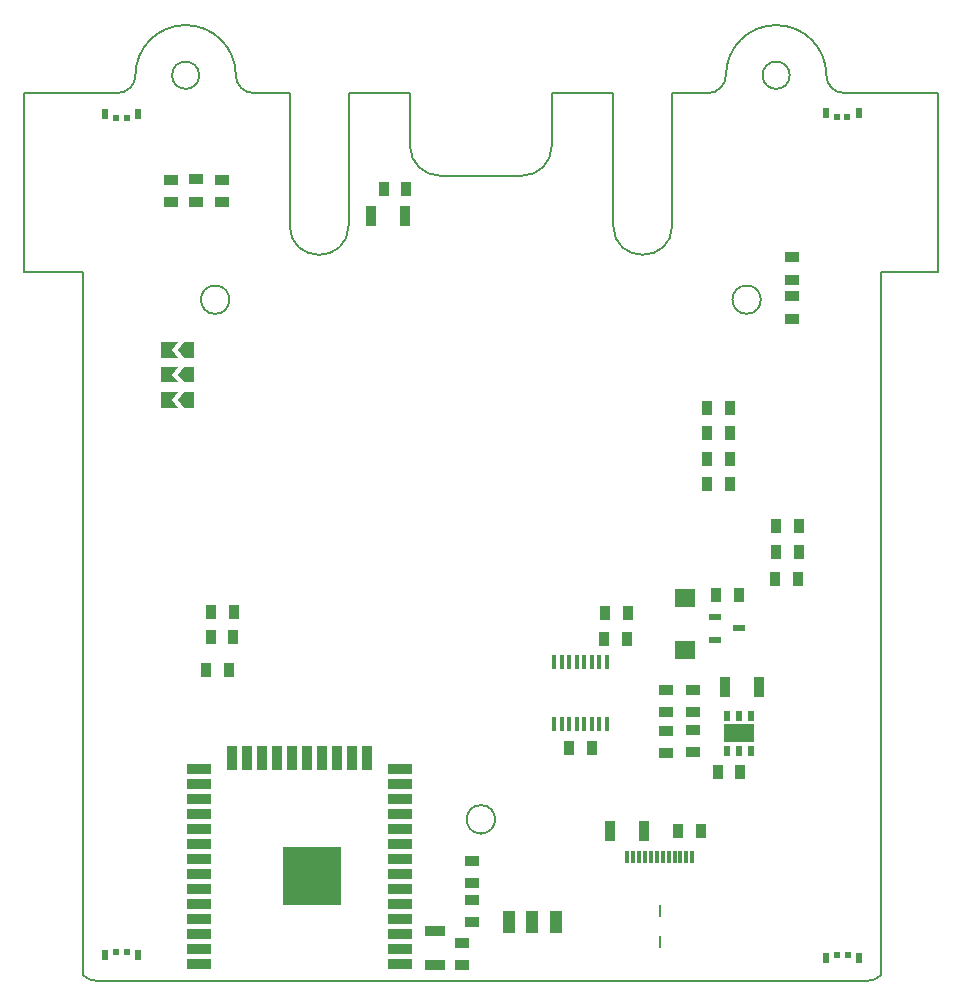
<source format=gtp>
%TF.GenerationSoftware,KiCad,Pcbnew,(5.1.6-0-10_14)*%
%TF.CreationDate,2021-04-08T13:38:13+02:00*%
%TF.ProjectId,gb-mainboard,67622d6d-6169-46e6-926f-6172642e6b69,rev?*%
%TF.SameCoordinates,Original*%
%TF.FileFunction,Paste,Top*%
%TF.FilePolarity,Positive*%
%FSLAX46Y46*%
G04 Gerber Fmt 4.6, Leading zero omitted, Abs format (unit mm)*
G04 Created by KiCad (PCBNEW (5.1.6-0-10_14)) date 2021-04-08 13:38:13*
%MOMM*%
%LPD*%
G01*
G04 APERTURE LIST*
%TA.AperFunction,Profile*%
%ADD10C,0.150000*%
%TD*%
%ADD11R,0.900000X1.300000*%
%ADD12R,2.000000X0.900000*%
%ADD13R,0.900000X2.000000*%
%ADD14R,5.000000X5.000000*%
%ADD15R,0.300000X1.000000*%
%ADD16R,0.200000X1.000000*%
%ADD17R,0.900000X1.700000*%
%ADD18R,1.300000X0.900000*%
%ADD19R,0.400000X1.200000*%
%ADD20R,0.500000X0.900000*%
%ADD21R,2.500000X1.600000*%
%ADD22R,1.000000X0.600000*%
%ADD23R,1.000000X1.900000*%
%ADD24R,1.700000X0.900000*%
%ADD25R,0.600000X0.600000*%
%ADD26R,0.600000X0.900000*%
%ADD27R,1.700000X1.600000*%
%ADD28C,0.100000*%
G04 APERTURE END LIST*
D10*
X154959999Y-58430000D02*
G75*
G02*
X152659999Y-58430000I-1150000J0D01*
G01*
X152659999Y-58430000D02*
G75*
G02*
X154959999Y-58430000I1150000J0D01*
G01*
X102660000Y-58430000D02*
G75*
G02*
X104960000Y-58430000I1150000J0D01*
G01*
X104960000Y-58430000D02*
G75*
G02*
X102660000Y-58430000I-1150000J0D01*
G01*
X106310000Y-78630000D02*
G75*
G02*
X106310000Y-76230000I0J1200000D01*
G01*
X106310000Y-76230000D02*
G75*
G02*
X106310000Y-78630000I0J-1200000D01*
G01*
X151309999Y-78630000D02*
G75*
G02*
X151309999Y-76230000I0J1200000D01*
G01*
X151309999Y-76230000D02*
G75*
G02*
X151309999Y-78630000I0J-1200000D01*
G01*
X128809999Y-122630000D02*
X128809999Y-122630000D01*
X128809999Y-122630000D02*
G75*
G02*
X128809999Y-120230000I0J1200000D01*
G01*
X128809999Y-120230000D02*
G75*
G02*
X128809999Y-122630000I0J-1200000D01*
G01*
X167509999Y-59930000D02*
X167509999Y-75130000D01*
X159559999Y-59930000D02*
X167509999Y-59930000D01*
X159559999Y-59930000D02*
G75*
G02*
X158059999Y-58430000I547J1500547D01*
G01*
X153809997Y-54180000D02*
G75*
G02*
X158059999Y-58430000I-1549J-4251551D01*
G01*
X149559998Y-58433101D02*
G75*
G02*
X153809999Y-54180000I4251551J1550D01*
G01*
X149559998Y-58429999D02*
G75*
G02*
X148059999Y-59930000I-1500547J546D01*
G01*
X145009999Y-59930000D02*
X148059999Y-59930000D01*
X145009999Y-71130000D02*
X145009999Y-59930000D01*
X145009999Y-71130000D02*
G75*
G02*
X140009999Y-71130000I-2500000J0D01*
G01*
X140009999Y-59930000D02*
X140009999Y-71130000D01*
X134809999Y-59930000D02*
X140009999Y-59930000D01*
X134809999Y-64430000D02*
X134809999Y-59930000D01*
X134809998Y-64430000D02*
G75*
G02*
X132309999Y-66930000I-2509490J9490D01*
G01*
X125309999Y-66930000D02*
X132309999Y-66930000D01*
X125309999Y-66930001D02*
G75*
G02*
X122809999Y-64430000I9491J2509491D01*
G01*
X122809999Y-59930000D02*
X122809999Y-64430000D01*
X117610000Y-59930000D02*
X122809999Y-59930000D01*
X117610000Y-71130000D02*
X117610000Y-59930000D01*
X117610001Y-71130000D02*
G75*
G02*
X112609999Y-71130000I-2500001J0D01*
G01*
X112609999Y-59930000D02*
X112609999Y-71130000D01*
X109560000Y-59930000D02*
X112609999Y-59930000D01*
X109560000Y-59930000D02*
G75*
G02*
X108060000Y-58430000I547J1500547D01*
G01*
X103809998Y-54180000D02*
G75*
G02*
X108060000Y-58430000I-1549J-4251551D01*
G01*
X99559999Y-58430001D02*
G75*
G02*
X103810000Y-54180000I4251551J-1550D01*
G01*
X99559999Y-58429999D02*
G75*
G02*
X98060000Y-59930000I-1500547J546D01*
G01*
X95110000Y-134630000D02*
X95110000Y-75120000D01*
X96433000Y-135130000D02*
G75*
G02*
X95110000Y-134630000I-1315J1996850D01*
G01*
X161387000Y-135130001D02*
X96433000Y-135130000D01*
X162710000Y-134630000D02*
G75*
G02*
X161387000Y-135130001I-1321686J1496849D01*
G01*
X162710000Y-75130000D02*
X162710000Y-134630000D01*
X167509999Y-75130000D02*
X162710000Y-75130000D01*
X90110000Y-59930000D02*
X98060000Y-59930000D01*
X90110000Y-75130000D02*
X90110000Y-59930000D01*
X95110000Y-75120000D02*
X90110000Y-75130000D01*
D11*
%TO.C,DL108*%
X147961000Y-86600000D03*
X149861000Y-86600000D03*
%TD*%
%TO.C,DL109*%
X149861000Y-90918000D03*
X147961000Y-90918000D03*
%TD*%
%TO.C,R109*%
X149861000Y-88759000D03*
X147961000Y-88759000D03*
%TD*%
%TO.C,R110*%
X147961000Y-93077000D03*
X149861000Y-93077000D03*
%TD*%
D12*
%TO.C,U101*%
X104978000Y-133717000D03*
X104978000Y-132447000D03*
X104978000Y-131177000D03*
X104978000Y-129907000D03*
X104978000Y-128637000D03*
X104978000Y-127367000D03*
X104978000Y-126097000D03*
X104978000Y-124827000D03*
X104978000Y-123557000D03*
X104978000Y-122287000D03*
X104978000Y-121017000D03*
X104978000Y-119747000D03*
X104978000Y-118477000D03*
X104978000Y-117207000D03*
D13*
X107763000Y-116207000D03*
X109033000Y-116207000D03*
X110303000Y-116207000D03*
X111573000Y-116207000D03*
X112843000Y-116207000D03*
X114113000Y-116207000D03*
X115383000Y-116207000D03*
X116653000Y-116207000D03*
X117923000Y-116207000D03*
X119193000Y-116207000D03*
D12*
X121978000Y-117207000D03*
X121978000Y-118477000D03*
X121978000Y-119747000D03*
X121978000Y-121017000D03*
X121978000Y-122287000D03*
X121978000Y-123557000D03*
X121978000Y-124827000D03*
X121978000Y-126097000D03*
X121978000Y-127367000D03*
X121978000Y-128637000D03*
X121978000Y-129907000D03*
X121978000Y-131177000D03*
X121978000Y-132447000D03*
X121978000Y-133717000D03*
D14*
X114478000Y-126217000D03*
%TD*%
D15*
%TO.C,P105*%
X141208000Y-124638000D03*
X141708000Y-124638000D03*
X142208000Y-124638000D03*
X142708000Y-124638000D03*
X143208000Y-124638000D03*
X143708000Y-124638000D03*
X144208000Y-124638000D03*
X144708000Y-124638000D03*
X145208000Y-124638000D03*
X145708000Y-124638000D03*
X146208000Y-124638000D03*
X146708000Y-124638000D03*
D16*
X143958000Y-131788000D03*
X143958000Y-129188000D03*
%TD*%
D11*
%TO.C,C101*%
X139259000Y-106158000D03*
X141159000Y-106158000D03*
%TD*%
%TO.C,C102*%
X138177000Y-115429000D03*
X136277000Y-115429000D03*
%TD*%
D17*
%TO.C,C103*%
X142614000Y-122414000D03*
X139714000Y-122414000D03*
%TD*%
D11*
%TO.C,C104*%
X139325000Y-103999000D03*
X141225000Y-103999000D03*
%TD*%
D18*
%TO.C,DL101*%
X146752000Y-112376000D03*
X146752000Y-110476000D03*
%TD*%
%TO.C,DL102*%
X144466000Y-110476000D03*
X144466000Y-112376000D03*
%TD*%
%TO.C,R101*%
X146752000Y-115744000D03*
X146752000Y-113844000D03*
%TD*%
%TO.C,R102*%
X144466000Y-113910000D03*
X144466000Y-115810000D03*
%TD*%
D11*
%TO.C,R103*%
X150750000Y-117461000D03*
X148850000Y-117461000D03*
%TD*%
D19*
%TO.C,U102*%
X135004500Y-113330000D03*
X135639500Y-113330000D03*
X136274500Y-113330000D03*
X136909500Y-113330000D03*
X137544500Y-113330000D03*
X138179500Y-113330000D03*
X138814500Y-113330000D03*
X139449500Y-113330000D03*
X139449500Y-108130000D03*
X138814500Y-108130000D03*
X138179500Y-108130000D03*
X137544500Y-108130000D03*
X136909500Y-108130000D03*
X136274500Y-108130000D03*
X135639500Y-108130000D03*
X135004500Y-108130000D03*
%TD*%
D20*
%TO.C,U103*%
X151689000Y-112659000D03*
X150689000Y-112659000D03*
X149689000Y-112659000D03*
X149689000Y-115659000D03*
X150689000Y-115659000D03*
X151689000Y-115659000D03*
D21*
X150689000Y-114159000D03*
%TD*%
D17*
%TO.C,C105*%
X152393000Y-110222000D03*
X149493000Y-110222000D03*
%TD*%
D11*
%TO.C,DL103*%
X107885000Y-103872000D03*
X105985000Y-103872000D03*
%TD*%
D22*
%TO.C,Q101*%
X148673000Y-104319000D03*
X148673000Y-106219000D03*
X150673000Y-105269000D03*
%TD*%
D11*
%TO.C,R104*%
X148723000Y-102475000D03*
X150623000Y-102475000D03*
%TD*%
%TO.C,R105*%
X107824000Y-106031000D03*
X105924000Y-106031000D03*
%TD*%
D23*
%TO.C,SW101*%
X135179000Y-130155000D03*
X133179000Y-130155000D03*
X131179000Y-130155000D03*
%TD*%
D18*
%TO.C,C106*%
X128083000Y-126854000D03*
X128083000Y-124954000D03*
%TD*%
D24*
%TO.C,C107*%
X124908000Y-133770000D03*
X124908000Y-130870000D03*
%TD*%
D18*
%TO.C,C108*%
X127194000Y-131878000D03*
X127194000Y-133778000D03*
%TD*%
D11*
%TO.C,C109*%
X107443000Y-108825000D03*
X105543000Y-108825000D03*
%TD*%
D17*
%TO.C,C110*%
X122421000Y-70344000D03*
X119521000Y-70344000D03*
%TD*%
D11*
%TO.C,C111*%
X120595000Y-68058000D03*
X122495000Y-68058000D03*
%TD*%
D25*
%TO.C,DL104*%
X158944000Y-61962000D03*
X159844000Y-61962000D03*
D26*
X157994000Y-61662000D03*
X160794000Y-61662000D03*
%TD*%
%TO.C,DL105*%
X158052000Y-133209000D03*
X160852000Y-133209000D03*
D25*
X159002000Y-132909000D03*
X159902000Y-132909000D03*
%TD*%
%TO.C,DL106*%
X98815000Y-132655000D03*
X97915000Y-132655000D03*
D26*
X99765000Y-132955000D03*
X96965000Y-132955000D03*
%TD*%
%TO.C,DL107*%
X99765000Y-61708000D03*
X96965000Y-61708000D03*
D25*
X98815000Y-62008000D03*
X97915000Y-62008000D03*
%TD*%
D18*
%TO.C,R106*%
X128083000Y-130156000D03*
X128083000Y-128256000D03*
%TD*%
%TO.C,R107*%
X155134000Y-79041000D03*
X155134000Y-77141000D03*
%TD*%
%TO.C,R108*%
X155134000Y-73839000D03*
X155134000Y-75739000D03*
%TD*%
D11*
%TO.C,R111*%
X153742000Y-101078000D03*
X155642000Y-101078000D03*
%TD*%
%TO.C,R112*%
X155703000Y-98792000D03*
X153803000Y-98792000D03*
%TD*%
%TO.C,R113*%
X153803000Y-96633000D03*
X155703000Y-96633000D03*
%TD*%
D18*
%TO.C,R114*%
X102556000Y-69196000D03*
X102556000Y-67296000D03*
%TD*%
%TO.C,R115*%
X104715000Y-67235000D03*
X104715000Y-69135000D03*
%TD*%
%TO.C,R116*%
X106874000Y-69201000D03*
X106874000Y-67301000D03*
%TD*%
D11*
%TO.C,D101*%
X147410000Y-122430000D03*
X145510000Y-122430000D03*
%TD*%
D27*
%TO.C,D102*%
X146110000Y-102730000D03*
X146110000Y-107130000D03*
%TD*%
D28*
%TO.C,J101*%
G36*
X102660000Y-85930000D02*
G01*
X103160000Y-86580000D01*
X101760000Y-86580000D01*
X101760000Y-85280000D01*
X103160000Y-85280000D01*
X102660000Y-85930000D01*
G37*
G36*
X104560000Y-86580000D02*
G01*
X103660000Y-86580000D01*
X103160000Y-85930000D01*
X103660000Y-85280000D01*
X104560000Y-85280000D01*
X104560000Y-86580000D01*
G37*
%TD*%
%TO.C,J102*%
G36*
X102660000Y-83780000D02*
G01*
X103160000Y-84430000D01*
X101760000Y-84430000D01*
X101760000Y-83130000D01*
X103160000Y-83130000D01*
X102660000Y-83780000D01*
G37*
G36*
X104560000Y-84430000D02*
G01*
X103660000Y-84430000D01*
X103160000Y-83780000D01*
X103660000Y-83130000D01*
X104560000Y-83130000D01*
X104560000Y-84430000D01*
G37*
%TD*%
%TO.C,J103*%
G36*
X104560000Y-82330000D02*
G01*
X103660000Y-82330000D01*
X103160000Y-81680000D01*
X103660000Y-81030000D01*
X104560000Y-81030000D01*
X104560000Y-82330000D01*
G37*
G36*
X102660000Y-81680000D02*
G01*
X103160000Y-82330000D01*
X101760000Y-82330000D01*
X101760000Y-81030000D01*
X103160000Y-81030000D01*
X102660000Y-81680000D01*
G37*
%TD*%
M02*

</source>
